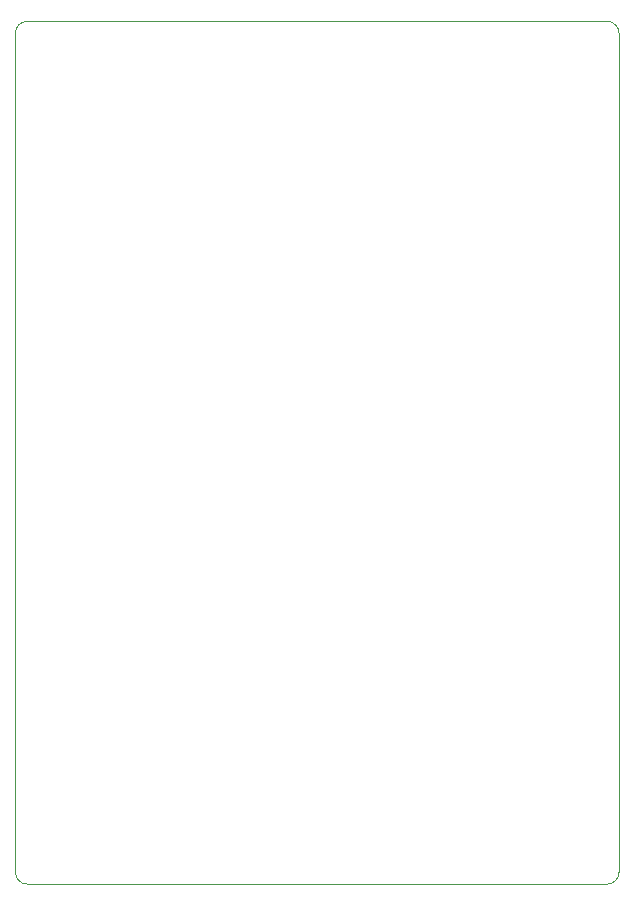
<source format=gbr>
%TF.GenerationSoftware,KiCad,Pcbnew,8.0.4-8.0.4-0~ubuntu22.04.1*%
%TF.CreationDate,2024-09-01T23:10:33+08:00*%
%TF.ProjectId,R820T_With_LCMXO2,52383230-545f-4576-9974-685f4c434d58,rev?*%
%TF.SameCoordinates,Original*%
%TF.FileFunction,Profile,NP*%
%FSLAX46Y46*%
G04 Gerber Fmt 4.6, Leading zero omitted, Abs format (unit mm)*
G04 Created by KiCad (PCBNEW 8.0.4-8.0.4-0~ubuntu22.04.1) date 2024-09-01 23:10:33*
%MOMM*%
%LPD*%
G01*
G04 APERTURE LIST*
%TA.AperFunction,Profile*%
%ADD10C,0.050000*%
%TD*%
G04 APERTURE END LIST*
D10*
X154025000Y-75950000D02*
X154025000Y-147000000D01*
X153025000Y-148000000D02*
X103925000Y-148000000D01*
X102925000Y-75950000D02*
G75*
G02*
X103925000Y-74950000I1000000J0D01*
G01*
X154025000Y-147000000D02*
G75*
G02*
X153025000Y-148000000I-1000000J0D01*
G01*
X153025000Y-74950000D02*
G75*
G02*
X154025000Y-75950000I0J-1000000D01*
G01*
X103925000Y-74950000D02*
X153025000Y-74950000D01*
X102925000Y-147000000D02*
X102925000Y-75950000D01*
X103925000Y-148000000D02*
G75*
G02*
X102925000Y-147000000I0J1000000D01*
G01*
M02*

</source>
